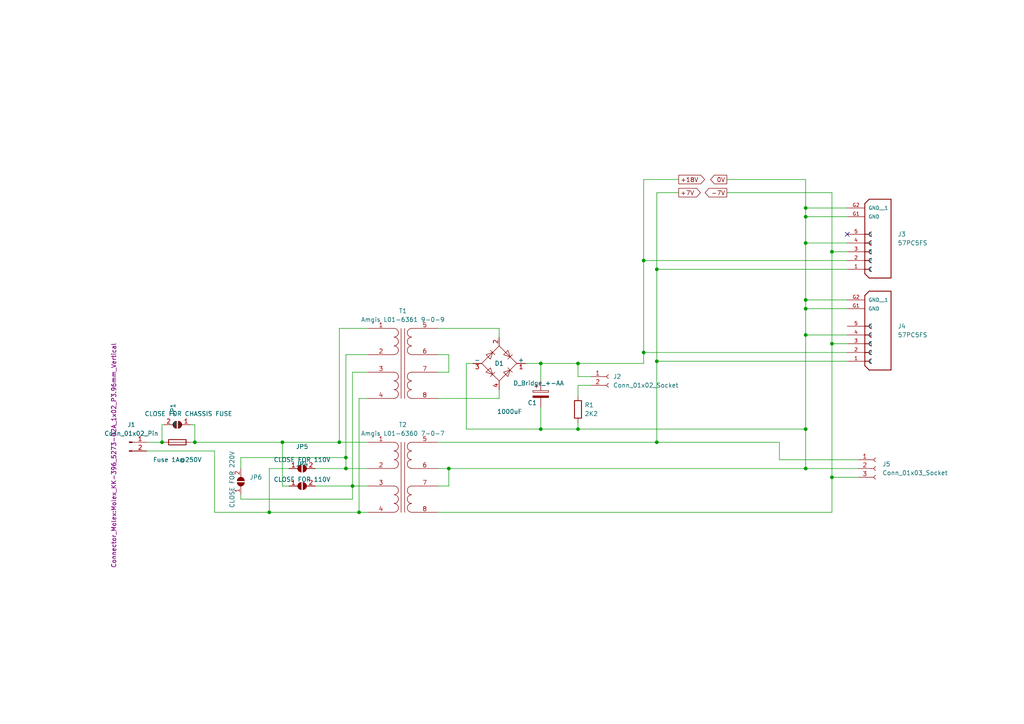
<source format=kicad_sch>
(kicad_sch (version 20230121) (generator eeschema)
  (paper "A4")
  (lib_symbols
    (symbol "Connector:Conn_01x02_Pin" (pin_names (offset 1.016) hide)
      (property "Reference" "J" (at 0 2.54 0))
      (property "Value" "Conn_01x02_Pin" (at 0 -5.08 0))
      (symbol "Conn_01x02_Pin_1_1"
        (polyline (pts (xy 1.27 -2.54) (xy 0.8636 -2.54)) (stroke (width 0.1524)))
        (polyline (pts (xy 1.27 0) (xy 0.8636 0)) (stroke (width 0.1524)))
        (rectangle (start 0.8636 -2.413) (end 0 -2.667) (stroke (width 0.1524)) (fill (type outline)))
        (rectangle (start 0.8636 0.127) (end 0 -0.127) (stroke (width 0.1524)) (fill (type outline)))
        (pin passive line (at 5.08 0 180) (length 3.81) (name "Pin_1") (number "1"))
        (pin passive line (at 5.08 -2.54 180) (length 3.81) (name "Pin_2") (number "2"))
      )
    )
    (symbol "Connector:Conn_01x02_Socket" (pin_names (offset 1.016) hide)
      (property "Reference" "J" (at 0 2.54 0))
      (property "Value" "Conn_01x02_Socket" (at 0 -5.08 0))
      (symbol "Conn_01x02_Socket_1_1"
        (arc (start 0 -2.032) (mid -0.5058 -2.54) (end 0 -3.048) (stroke (width 0.1524)))
        (polyline (pts (xy -1.27 -2.54) (xy -0.508 -2.54)) (stroke (width 0.1524)))
        (polyline (pts (xy -1.27 0) (xy -0.508 0)) (stroke (width 0.1524)))
        (arc (start 0 0.508) (mid -0.5058 0) (end 0 -0.508) (stroke (width 0.1524)))
        (pin passive line (at -5.08 0 0) (length 3.81) (name "Pin_1") (number "1"))
        (pin passive line (at -5.08 -2.54 0) (length 3.81) (name "Pin_2") (number "2"))
      )
    )
    (symbol "Connector:Conn_01x03_Socket" (pin_names (offset 1.016) hide)
      (property "Reference" "J" (at 0 5.08 0))
      (property "Value" "Conn_01x03_Socket" (at 0 -5.08 0))
      (symbol "Conn_01x03_Socket_1_1"
        (arc (start 0 -2.032) (mid -0.5058 -2.54) (end 0 -3.048) (stroke (width 0.1524)))
        (polyline (pts (xy -1.27 -2.54) (xy -0.508 -2.54)) (stroke (width 0.1524)))
        (polyline (pts (xy -1.27 0) (xy -0.508 0)) (stroke (width 0.1524)))
        (polyline (pts (xy -1.27 2.54) (xy -0.508 2.54)) (stroke (width 0.1524)))
        (arc (start 0 0.508) (mid -0.5058 0) (end 0 -0.508) (stroke (width 0.1524)))
        (arc (start 0 3.048) (mid -0.5058 2.54) (end 0 2.032) (stroke (width 0.1524)))
        (pin passive line (at -5.08 2.54 0) (length 3.81) (name "Pin_1") (number "1"))
        (pin passive line (at -5.08 0 0) (length 3.81) (name "Pin_2") (number "2"))
        (pin passive line (at -5.08 -2.54 0) (length 3.81) (name "Pin_3") (number "3"))
      )
    )
    (symbol "Device:C_Polarized" (pin_numbers hide) (pin_names (offset 0.254))
      (property "Reference" "C" (at 0.635 2.54 0))
      (property "Value" "C_Polarized" (at 0.635 -2.54 0))
      (symbol "C_Polarized_0_1"
        (rectangle (start -2.286 0.508) (end 2.286 1.016))
        (polyline (pts (xy -1.778 2.286) (xy -0.762 2.286)))
        (polyline (pts (xy -1.27 2.794) (xy -1.27 1.778)))
        (rectangle (start 2.286 -0.508) (end -2.286 -1.016) (fill (type outline)))
      )
      (symbol "C_Polarized_1_1"
        (pin passive line (at 0 3.81 270) (length 2.794) (name "~") (number "1"))
        (pin passive line (at 0 -3.81 90) (length 2.794) (name "~") (number "2"))
      )
    )
    (symbol "Device:Fuse" (pin_numbers hide) (pin_names (offset 0))
      (property "Reference" "F" (at 2.032 0 90))
      (property "Value" "Fuse" (at -1.905 0 90))
      (symbol "Fuse_0_1"
        (rectangle (start -0.762 -2.54) (end 0.762 2.54) (stroke (width 0.254)))
        (polyline (pts (xy 0 2.54) (xy 0 -2.54)))
      )
      (symbol "Fuse_1_1"
        (pin passive line (at 0 3.81 270) (length 1.27) (name "~") (number "1"))
        (pin passive line (at 0 -3.81 90) (length 1.27) (name "~") (number "2"))
      )
    )
    (symbol "Device:R" (pin_numbers hide) (pin_names (offset 0))
      (property "Reference" "R" (at 2.032 0 90))
      (property "Value" "R" (at 0 0 90))
      (symbol "R_0_1"
        (rectangle (start -1.016 -2.54) (end 1.016 2.54) (stroke (width 0.254)))
      )
      (symbol "R_1_1"
        (pin passive line (at 0 3.81 270) (length 1.27) (name "~") (number "1"))
        (pin passive line (at 0 -3.81 90) (length 1.27) (name "~") (number "2"))
      )
    )
    (symbol "Diode_Bridge:B125C1500G" (pin_names (offset 0))
      (property "Reference" "D" (at 2.54 6.985 0))
      (property "Value" "B125C1500G" (at 2.54 5.08 0))
      (symbol "B125C1500G_0_1"
        (polyline (pts (xy -2.54 3.81) (xy -1.27 2.54)))
        (polyline (pts (xy -1.27 -2.54) (xy -2.54 -3.81)))
        (polyline (pts (xy 2.54 -1.27) (xy 3.81 -2.54)))
        (polyline (pts (xy 2.54 1.27) (xy 3.81 2.54)))
        (polyline (pts (xy -3.81 2.54) (xy -2.54 1.27) (xy -1.905 3.175) (xy -3.81 2.54)))
        (polyline (pts (xy -2.54 -1.27) (xy -3.81 -2.54) (xy -1.905 -3.175) (xy -2.54 -1.27)))
        (polyline (pts (xy 1.27 2.54) (xy 2.54 3.81) (xy 3.175 1.905) (xy 1.27 2.54)))
        (polyline (pts (xy 3.175 -1.905) (xy 1.27 -2.54) (xy 2.54 -3.81) (xy 3.175 -1.905)))
        (polyline (pts (xy -5.08 0) (xy 0 -5.08) (xy 5.08 0) (xy 0 5.08) (xy -5.08 0)))
      )
      (symbol "B125C1500G_1_1"
        (pin passive line (at 7.62 0 180) (length 2.54) (name "+") (number "1"))
        (pin passive line (at 0 -7.62 90) (length 2.54) (name "~") (number "2"))
        (pin passive line (at -7.62 0 0) (length 2.54) (name "-") (number "3"))
        (pin passive line (at 0 7.62 270) (length 2.54) (name "~") (number "4"))
      )
    )
    (symbol "Jumper:SolderJumper_2_Open" (pin_names (offset 0) hide)
      (property "Reference" "JP" (at 0 2.032 0))
      (property "Value" "SolderJumper_2_Open" (at 0 -2.54 0))
      (symbol "SolderJumper_2_Open_0_1"
        (arc (start -0.254 1.016) (mid -1.2656 0) (end -0.254 -1.016))
        (arc (start -0.254 1.016) (mid -1.2656 0) (end -0.254 -1.016) (fill (type outline)))
        (polyline (pts (xy -0.254 1.016) (xy -0.254 -1.016)))
        (polyline (pts (xy 0.254 1.016) (xy 0.254 -1.016)))
        (arc (start 0.254 -1.016) (mid 1.2656 0) (end 0.254 1.016))
        (arc (start 0.254 -1.016) (mid 1.2656 0) (end 0.254 1.016) (fill (type outline)))
      )
      (symbol "SolderJumper_2_Open_1_1"
        (pin passive line (at -3.81 0 0) (length 2.54) (name "A") (number "1"))
        (pin passive line (at 3.81 0 180) (length 2.54) (name "B") (number "2"))
      )
    )
    (symbol "Project DIN:57PC5FS" (pin_names (offset 1.016))
      (property "Reference" "J" (at -7.62 11.43 0))
      (property "Value" "57PC5FS" (at -7.62 -15.24 0))
      (symbol "57PC5FS_0_0"
        (arc (start -1.905 -3.175) (mid -1.2727 -2.54) (end -1.905 -1.905) (stroke (width 0.254)))
        (arc (start -1.905 -0.635) (mid -1.2727 0) (end -1.905 0.635) (stroke (width 0.254)))
        (arc (start -1.905 1.905) (mid -1.2727 2.54) (end -1.905 3.175) (stroke (width 0.254)))
        (arc (start -1.905 4.445) (mid -1.2727 5.08) (end -1.905 5.715) (stroke (width 0.254)))
        (arc (start -1.905 6.985) (mid -1.2727 7.62) (end -1.905 8.255) (stroke (width 0.254)))
        (polyline (pts (xy -7.62 -12.7) (xy -7.62 10.16)) (stroke (width 0.254)))
        (polyline (pts (xy -7.62 10.16) (xy -1.27 10.16)) (stroke (width 0.254)))
        (polyline (pts (xy -1.27 -12.7) (xy -7.62 -12.7)) (stroke (width 0.254)))
        (polyline (pts (xy 0 -11.43) (xy -1.27 -12.7)) (stroke (width 0.254)))
        (polyline (pts (xy 0 -2.54) (xy -1.27 -2.54)) (stroke (width 0.254)))
        (polyline (pts (xy 0 0) (xy -1.27 0)) (stroke (width 0.254)))
        (polyline (pts (xy 0 2.54) (xy -1.27 2.54)) (stroke (width 0.254)))
        (polyline (pts (xy 0 5.08) (xy -1.27 5.08)) (stroke (width 0.254)))
        (polyline (pts (xy 0 7.62) (xy -1.27 7.62)) (stroke (width 0.254)))
        (polyline (pts (xy 0 7.62) (xy 0 -11.43)) (stroke (width 0.254)))
        (polyline (pts (xy 0 8.89) (xy -1.27 10.16)) (stroke (width 0.254)))
        (polyline (pts (xy 0 8.89) (xy 0 7.62)) (stroke (width 0.254)))
        (pin passive line (at 5.08 7.62 180) (length 5.08) (name "1") (number "1"))
        (pin passive line (at 5.08 5.08 180) (length 5.08) (name "2") (number "2"))
        (pin passive line (at 5.08 2.54 180) (length 5.08) (name "3") (number "3"))
        (pin passive line (at 5.08 0 180) (length 5.08) (name "4") (number "4"))
        (pin passive line (at 5.08 -2.54 180) (length 5.08) (name "5") (number "5"))
        (pin power_in line (at 5.08 -7.62 180) (length 5.08) (name "GND") (number "G1"))
        (pin power_in line (at 5.08 -10.16 180) (length 5.08) (name "GND__1") (number "G2"))
      )
    )
    (symbol "Transformer:Transformer_2P_2S" (pin_names (offset 1.016) hide)
      (property "Reference" "T2" (at 0 15.24 0))
      (property "Value" "Amgis L01-6360 7-0-7" (at 0 12.7 0))
      (symbol "Transformer_2P_2S_0_1"
        (arc (start -2.54 -10.1346) (mid -1.6599 -9.7701) (end -1.2954 -8.89))
        (arc (start -2.54 -7.5946) (mid -1.6599 -7.2301) (end -1.2954 -6.35))
        (arc (start -2.54 -5.0546) (mid -1.6599 -4.6901) (end -1.2954 -3.81))
        (arc (start -2.54 2.5654) (mid -1.6599 2.9299) (end -1.2954 3.81))
        (arc (start -2.54 5.1054) (mid -1.6599 5.4699) (end -1.2954 6.35))
        (arc (start -2.54 7.6454) (mid -1.6599 8.0099) (end -1.2954 8.89))
        (arc (start -1.2954 -8.89) (mid -1.6457 -7.9883) (end -2.54 -7.62))
        (arc (start -1.2954 -6.35) (mid -1.6457 -5.4483) (end -2.54 -5.08))
        (arc (start -1.2954 -3.81) (mid -1.6457 -2.9083) (end -2.54 -2.54))
        (arc (start -1.2954 3.81) (mid -1.6457 4.7117) (end -2.54 5.08))
        (arc (start -1.2954 6.35) (mid -1.6457 7.2517) (end -2.54 7.62))
        (arc (start -1.2954 8.89) (mid -1.6457 9.7917) (end -2.54 10.16))
        (polyline (pts (xy -0.508 -10.16) (xy -0.508 10.16)))
        (polyline (pts (xy 0.508 10.16) (xy 0.508 -10.16)))
        (arc (start 1.2954 -8.89) (mid 1.6599 -9.7701) (end 2.54 -10.1346))
        (arc (start 1.2954 -6.35) (mid 1.6599 -7.2301) (end 2.54 -7.5946))
        (arc (start 1.2954 -3.81) (mid 1.6599 -4.6901) (end 2.54 -5.0546))
        (arc (start 1.2954 3.81) (mid 1.6599 2.9299) (end 2.54 2.5654))
        (arc (start 1.2954 6.35) (mid 1.6599 5.4699) (end 2.54 5.1054))
        (arc (start 1.2954 8.89) (mid 1.6599 8.0099) (end 2.54 7.6454))
        (arc (start 2.54 -7.62) (mid 1.642 -7.992) (end 1.2954 -8.89))
        (arc (start 2.54 -5.08) (mid 1.642 -5.452) (end 1.2954 -6.35))
        (arc (start 2.54 -2.54) (mid 1.642 -2.912) (end 1.2954 -3.81))
        (arc (start 2.54 5.08) (mid 1.642 4.708) (end 1.2954 3.81))
        (arc (start 2.54 7.62) (mid 1.642 7.248) (end 1.2954 6.35))
        (arc (start 2.54 10.16) (mid 1.642 9.788) (end 1.2954 8.89))
      )
      (symbol "Transformer_2P_2S_1_1"
        (pin passive line (at -10.16 10.16 0) (length 7.62) (name "IN1A") (number "1"))
        (pin passive line (at -10.16 2.54 0) (length 7.62) (name "IN1B") (number "2"))
        (pin passive line (at -10.16 -2.54 0) (length 7.62) (name "IN2A") (number "3"))
        (pin passive line (at -10.16 -10.16 0) (length 7.62) (name "IN2B") (number "4"))
        (pin passive line (at 10.16 10.16 180) (length 7.62) (name "OUT1A") (number "5"))
        (pin passive line (at 10.16 2.54 180) (length 7.62) (name "OUT1B") (number "6"))
        (pin passive line (at 10.16 -2.54 180) (length 7.62) (name "OUT2A") (number "7"))
        (pin passive line (at 10.16 -10.16 180) (length 7.62) (name "OUT2B") (number "8"))
      )
    )
    (symbol "Transformer_2P_2S_1" (pin_names (offset 1.016) hide)
      (property "Reference" "T1" (at 0 15.24 0))
      (property "Value" "Amgis L01-6361 9-0-9" (at 0 12.7 0))
      (symbol "Transformer_2P_2S_1_0_1"
        (arc (start -2.54 -10.1346) (mid -1.6599 -9.7701) (end -1.2954 -8.89))
        (arc (start -2.54 -7.5946) (mid -1.6599 -7.2301) (end -1.2954 -6.35))
        (arc (start -2.54 -5.0546) (mid -1.6599 -4.6901) (end -1.2954 -3.81))
        (arc (start -2.54 2.5654) (mid -1.6599 2.9299) (end -1.2954 3.81))
        (arc (start -2.54 5.1054) (mid -1.6599 5.4699) (end -1.2954 6.35))
        (arc (start -2.54 7.6454) (mid -1.6599 8.0099) (end -1.2954 8.89))
        (arc (start -1.2954 -8.89) (mid -1.6457 -7.9883) (end -2.54 -7.62))
        (arc (start -1.2954 -6.35) (mid -1.6457 -5.4483) (end -2.54 -5.08))
        (arc (start -1.2954 -3.81) (mid -1.6457 -2.9083) (end -2.54 -2.54))
        (arc (start -1.2954 3.81) (mid -1.6457 4.7117) (end -2.54 5.08))
        (arc (start -1.2954 6.35) (mid -1.6457 7.2517) (end -2.54 7.62))
        (arc (start -1.2954 8.89) (mid -1.6457 9.7917) (end -2.54 10.16))
        (polyline (pts (xy -0.508 -10.16) (xy -0.508 10.16)))
        (polyline (pts (xy 0.508 10.16) (xy 0.508 -10.16)))
        (arc (start 1.2954 -8.89) (mid 1.6599 -9.7701) (end 2.54 -10.1346))
        (arc (start 1.2954 -6.35) (mid 1.6599 -7.2301) (end 2.54 -7.5946))
        (arc (start 1.2954 -3.81) (mid 1.6599 -4.6901) (end 2.54 -5.0546))
        (arc (start 1.2954 3.81) (mid 1.6599 2.9299) (end 2.54 2.5654))
        (arc (start 1.2954 6.35) (mid 1.6599 5.4699) (end 2.54 5.1054))
        (arc (start 1.2954 8.89) (mid 1.6599 8.0099) (end 2.54 7.6454))
        (arc (start 2.54 -7.62) (mid 1.642 -7.992) (end 1.2954 -8.89))
        (arc (start 2.54 -5.08) (mid 1.642 -5.452) (end 1.2954 -6.35))
        (arc (start 2.54 -2.54) (mid 1.642 -2.912) (end 1.2954 -3.81))
        (arc (start 2.54 5.08) (mid 1.642 4.708) (end 1.2954 3.81))
        (arc (start 2.54 7.62) (mid 1.642 7.248) (end 1.2954 6.35))
        (arc (start 2.54 10.16) (mid 1.642 9.788) (end 1.2954 8.89))
      )
      (symbol "Transformer_2P_2S_1_1_1"
        (pin passive line (at -10.16 10.16 0) (length 7.62) (name "IN1A") (number "1"))
        (pin passive line (at -10.16 2.54 0) (length 7.62) (name "IN1B") (number "2"))
        (pin passive line (at -10.16 -2.54 0) (length 7.62) (name "IN2A") (number "3"))
        (pin passive line (at -10.16 -10.16 0) (length 7.62) (name "IN2B") (number "4"))
        (pin passive line (at 10.16 10.16 180) (length 7.62) (name "OUT1A") (number "5"))
        (pin passive line (at 10.16 2.54 180) (length 7.62) (name "OUT1B") (number "6"))
        (pin passive line (at 10.16 -2.54 180) (length 7.62) (name "OUT2A") (number "7"))
        (pin passive line (at 10.16 -10.16 180) (length 7.62) (name "OUT2B") (number "8"))
      )
    )
  )
  (junction (at 46.99 128.27))
  (junction (at 190.5 78.105))
  (junction (at 56.515 128.27))
  (junction (at 78.105 148.59))
  (junction (at 241.3 99.695))
  (junction (at 156.845 124.46))
  (junction (at 167.64 105.41))
  (junction (at 130.175 135.89))
  (junction (at 233.68 60.325))
  (junction (at 233.68 62.865))
  (junction (at 98.425 128.27))
  (junction (at 167.64 124.46))
  (junction (at 233.68 97.155))
  (junction (at 100.33 132.715))
  (junction (at 190.5 128.27))
  (junction (at 241.3 73.025))
  (junction (at 186.69 75.565))
  (junction (at 190.5 104.775))
  (junction (at 186.69 102.235))
  (junction (at 156.845 105.41))
  (junction (at 233.68 124.46))
  (junction (at 233.68 86.995))
  (junction (at 233.68 89.535))
  (junction (at 241.3 138.43))
  (junction (at 100.33 135.89))
  (junction (at 102.235 140.97))
  (junction (at 104.14 148.59))
  (junction (at 81.915 128.27))
  (junction (at 233.68 135.89))
  (junction (at 233.68 70.485))
  (no_connect (at 245.745 67.945))
  (wire (pts (xy 241.3 138.43) (xy 241.3 148.59)))
  (wire (pts (xy 171.45 109.22) (xy 167.64 109.22)))
  (wire (pts (xy 167.64 124.46) (xy 156.845 124.46)))
  (wire (pts (xy 127 95.25) (xy 144.78 95.25)))
  (wire (pts (xy 102.235 107.95) (xy 102.235 140.97)))
  (wire (pts (xy 233.68 70.485) (xy 245.745 70.485)))
  (wire (pts (xy 98.425 128.27) (xy 106.68 128.27)))
  (wire (pts (xy 152.4 105.41) (xy 156.845 105.41)))
  (wire (pts (xy 69.85 132.715) (xy 100.33 132.715)))
  (wire (pts (xy 233.68 86.995) (xy 245.745 86.995)))
  (wire (pts (xy 127 135.89) (xy 130.175 135.89)))
  (wire (pts (xy 130.175 135.89) (xy 233.68 135.89)))
  (wire (pts (xy 127 107.95) (xy 130.175 107.95)))
  (wire (pts (xy 127 148.59) (xy 241.3 148.59)))
  (wire (pts (xy 190.5 55.88) (xy 190.5 78.105)))
  (wire (pts (xy 156.845 105.41) (xy 167.64 105.41)))
  (wire (pts (xy 69.85 144.78) (xy 69.85 143.51)))
  (wire (pts (xy 241.3 55.88) (xy 241.3 73.025)))
  (wire (pts (xy 245.745 62.865) (xy 233.68 62.865)))
  (wire (pts (xy 156.845 118.11) (xy 156.845 124.46)))
  (wire (pts (xy 226.06 133.35) (xy 248.92 133.35)))
  (wire (pts (xy 69.85 132.715) (xy 69.85 135.89)))
  (wire (pts (xy 46.99 123.19) (xy 46.99 128.27)))
  (wire (pts (xy 167.64 122.555) (xy 167.64 124.46)))
  (wire (pts (xy 190.5 78.105) (xy 245.745 78.105)))
  (wire (pts (xy 106.68 95.25) (xy 98.425 95.25)))
  (wire (pts (xy 98.425 95.25) (xy 98.425 128.27)))
  (wire (pts (xy 46.99 128.27) (xy 47.625 128.27)))
  (wire (pts (xy 91.44 135.89) (xy 100.33 135.89)))
  (wire (pts (xy 62.23 148.59) (xy 78.105 148.59)))
  (wire (pts (xy 55.245 128.27) (xy 56.515 128.27)))
  (wire (pts (xy 156.845 124.46) (xy 135.255 124.46)))
  (wire (pts (xy 130.175 135.89) (xy 130.175 140.97)))
  (wire (pts (xy 233.68 70.485) (xy 233.68 86.995)))
  (wire (pts (xy 233.68 62.865) (xy 233.68 70.485)))
  (wire (pts (xy 56.515 123.19) (xy 55.245 123.19)))
  (wire (pts (xy 233.68 86.995) (xy 233.68 89.535)))
  (wire (pts (xy 233.68 60.325) (xy 245.745 60.325)))
  (wire (pts (xy 233.68 135.89) (xy 248.92 135.89)))
  (wire (pts (xy 144.78 95.25) (xy 144.78 97.79)))
  (wire (pts (xy 241.3 138.43) (xy 248.92 138.43)))
  (wire (pts (xy 186.69 52.07) (xy 196.85 52.07)))
  (wire (pts (xy 167.64 124.46) (xy 233.68 124.46)))
  (wire (pts (xy 102.235 140.97) (xy 106.68 140.97)))
  (wire (pts (xy 241.3 73.025) (xy 241.3 99.695)))
  (wire (pts (xy 127 102.87) (xy 130.175 102.87)))
  (wire (pts (xy 42.545 130.81) (xy 62.23 130.81)))
  (wire (pts (xy 186.69 102.235) (xy 186.69 105.41)))
  (wire (pts (xy 46.99 128.27) (xy 42.545 128.27)))
  (wire (pts (xy 156.845 105.41) (xy 156.845 110.49)))
  (wire (pts (xy 245.745 102.235) (xy 186.69 102.235)))
  (wire (pts (xy 144.78 113.03) (xy 144.78 115.57)))
  (wire (pts (xy 167.64 105.41) (xy 186.69 105.41)))
  (wire (pts (xy 241.3 99.695) (xy 241.3 138.43)))
  (wire (pts (xy 130.175 102.87) (xy 130.175 107.95)))
  (wire (pts (xy 233.68 60.325) (xy 233.68 62.865)))
  (wire (pts (xy 127 140.97) (xy 130.175 140.97)))
  (wire (pts (xy 62.23 130.81) (xy 62.23 148.59)))
  (wire (pts (xy 78.105 135.89) (xy 78.105 148.59)))
  (wire (pts (xy 233.68 89.535) (xy 233.68 97.155)))
  (wire (pts (xy 233.68 52.07) (xy 233.68 60.325)))
  (wire (pts (xy 190.5 104.775) (xy 190.5 128.27)))
  (wire (pts (xy 226.06 128.27) (xy 226.06 133.35)))
  (wire (pts (xy 106.68 107.95) (xy 102.235 107.95)))
  (wire (pts (xy 241.3 99.695) (xy 245.745 99.695)))
  (wire (pts (xy 127 128.27) (xy 190.5 128.27)))
  (wire (pts (xy 56.515 128.27) (xy 81.915 128.27)))
  (wire (pts (xy 245.745 89.535) (xy 233.68 89.535)))
  (wire (pts (xy 100.33 135.89) (xy 106.68 135.89)))
  (wire (pts (xy 102.235 140.97) (xy 102.235 144.78)))
  (wire (pts (xy 190.5 78.105) (xy 190.5 104.775)))
  (wire (pts (xy 100.33 102.87) (xy 100.33 132.715)))
  (wire (pts (xy 233.68 52.07) (xy 210.82 52.07)))
  (wire (pts (xy 127 115.57) (xy 144.78 115.57)))
  (wire (pts (xy 81.915 128.27) (xy 98.425 128.27)))
  (wire (pts (xy 106.68 115.57) (xy 104.14 115.57)))
  (wire (pts (xy 245.745 75.565) (xy 186.69 75.565)))
  (wire (pts (xy 190.5 128.27) (xy 226.06 128.27)))
  (wire (pts (xy 81.915 140.97) (xy 81.915 128.27)))
  (wire (pts (xy 233.68 97.155) (xy 245.745 97.155)))
  (wire (pts (xy 83.82 140.97) (xy 81.915 140.97)))
  (wire (pts (xy 241.3 73.025) (xy 245.745 73.025)))
  (wire (pts (xy 186.69 75.565) (xy 186.69 102.235)))
  (wire (pts (xy 171.45 111.76) (xy 167.64 111.76)))
  (wire (pts (xy 100.33 132.715) (xy 100.33 135.89)))
  (wire (pts (xy 233.68 97.155) (xy 233.68 124.46)))
  (wire (pts (xy 233.68 124.46) (xy 233.68 135.89)))
  (wire (pts (xy 69.85 144.78) (xy 102.235 144.78)))
  (wire (pts (xy 106.68 102.87) (xy 100.33 102.87)))
  (wire (pts (xy 83.82 135.89) (xy 78.105 135.89)))
  (wire (pts (xy 137.16 105.41) (xy 135.255 105.41)))
  (wire (pts (xy 91.44 140.97) (xy 102.235 140.97)))
  (wire (pts (xy 104.14 148.59) (xy 106.68 148.59)))
  (wire (pts (xy 167.64 111.76) (xy 167.64 114.935)))
  (wire (pts (xy 78.105 148.59) (xy 104.14 148.59)))
  (wire (pts (xy 186.69 52.07) (xy 186.69 75.565)))
  (wire (pts (xy 104.14 115.57) (xy 104.14 148.59)))
  (wire (pts (xy 56.515 123.19) (xy 56.515 128.27)))
  (wire (pts (xy 167.64 105.41) (xy 167.64 109.22)))
  (wire (pts (xy 135.255 105.41) (xy 135.255 124.46)))
  (wire (pts (xy 190.5 104.775) (xy 245.745 104.775)))
  (wire (pts (xy 190.5 55.88) (xy 196.85 55.88)))
  (wire (pts (xy 46.99 123.19) (xy 47.625 123.19)))
  (wire (pts (xy 241.3 55.88) (xy 210.82 55.88)))
  (global_label "+7V" (shape output) (at 196.85 55.88 0) (property "Intersheetrefs" "${INTERSHEET_REFS}" (effects hide)))
  (global_label "-7V" (shape output) (at 210.82 55.88 180) (property "Intersheetrefs" "${INTERSHEET_REFS}" (effects hide)))
  (global_label "+18V" (shape output) (at 196.85 52.07 0) (property "Intersheetrefs" "${INTERSHEET_REFS}" (effects hide)))
  (global_label "0V" (shape output) (at 210.82 52.07 180) (property "Intersheetrefs" "${INTERSHEET_REFS}" (effects hide)))
  (symbol (lib_id "Connector:Conn_01x02_Pin") (at 37.465 128.27 0) (unit 1)
    (property "Reference" "J1" (at 38.1 123.19 0))
    (property "Value" "Conn_01x02_Pin" (at 38.1 125.73 0))
    (property "Footprint" "Connector_Molex:Molex_KK-396_5273-02A_1x02_P3.96mm_Vertical" (at 33.02 132.08 90))
  )
  (symbol (lib_id "Device:R") (at 167.64 118.745 0) (unit 1)
    (property "Reference" "R1" (at 169.545 117.475 0) (effects (justify left)))
    (property "Value" "2K2" (at 169.545 120.015 0) (effects (justify left)))
    (property "Footprint" "Resistor_THT:R_Axial_DIN0207_L6.3mm_D2.5mm_P10.16mm_Horizontal" (effects hide))
  )
  (symbol (lib_id "Jumper:SolderJumper_2_Open") (at 51.435 123.19 180) (unit 1)
    (property "Reference" "JP1" (at 50.165 120.65 90) (effects (justify right)))
    (property "Value" "CLOSE FOR CHASSIS FUSE" (at 41.91 120.015 0) (effects (justify right)))
    (property "Footprint" "Jumper:SolderJumper-2_P1.5mm_Open_RoundedPad1.0x1.5mm" (effects hide))
  )
  (symbol (lib_id "Jumper:SolderJumper_2_Open") (at 87.63 140.97 0) (unit 1)
    (property "Reference" "JP4" (at 87.63 134.62 0))
    (property "Value" "CLOSE FOR 110V" (at 87.63 139.065 0))
    (property "Footprint" "Jumper:SolderJumper-2_P1.5mm_Open_RoundedPad1.0x1.5mm" (effects hide))
  )
  (symbol (lib_name "Transformer_2P_2S_1") (lib_id "Transformer:Transformer_2P_2S") (at 116.84 105.41 0) (unit 1)
    (property "Reference" "T1" (at 116.84 90.17 0))
    (property "Value" "Amgis L01-6361 9-0-9" (at 116.84 92.71 0))
    (property "Footprint" "Transformer_THT:Amgis 25VA" (effects hide))
  )
  (symbol (lib_id "Device:C_Polarized") (at 156.845 114.3 0) (unit 1)
    (property "Reference" "C1" (at 153.035 116.84 0) (effects (justify left)))
    (property "Value" "1000uF" (at 144.145 119.38 0) (effects (justify left)))
    (property "Footprint" "Capacitor_THT:CP_Radial_D13.0mm_P5.00mm" (effects hide))
  )
  (symbol (lib_id "Project DIN:57PC5FS") (at 250.825 70.485 180) (unit 1)
    (property "Reference" "J3" (at 260.35 67.945 0) (effects (justify right)))
    (property "Value" "57PC5FS" (at 260.35 70.485 0) (effects (justify right)))
    (property "Footprint" "Project:SWITCHCRAFT_57PC5FS" (effects hide))
    (property "PARTREV" "C" (effects hide))
    (property "MANUFACTURER" "Switchcraft" (effects hide))
    (property "MAXIMUM_PACKAGE_HEIGHT" "21.3mm" (effects hide))
    (property "STANDARD" "Manufacturer Recommendations" (effects hide))
  )
  (symbol (lib_id "Device:Fuse") (at 51.435 128.27 90) (unit 1)
    (property "Reference" "F1" (at 51.435 123.19 90))
    (property "Value" "Fuse 1A@250V" (at 51.435 133.35 90))
    (property "Footprint" "Project:FUSE_0PTF0078P_LTF" (effects hide))
  )
  (symbol (lib_id "Transformer:Transformer_2P_2S") (at 116.84 138.43 0) (unit 1)
    (property "Reference" "T2" (at 116.84 123.19 0))
    (property "Value" "Amgis L01-6360 7-0-7" (at 116.84 125.73 0))
    (property "Footprint" "Transformer_THT:Amgis 25VA" (effects hide))
  )
  (symbol (lib_id "Diode_Bridge:B125C1500G") (at 144.78 105.41 0) (mirror x) (unit 1)
    (property "Reference" "D1" (at 144.78 105.41 0))
    (property "Value" "D_Bridge_+-AA" (at 156.21 111.125 0))
    (property "Footprint" "Diode_THT:Diode_Bridge_Round_D9.8mm" (effects hide))
    (property "Datasheet" "https://www.vishay.com/docs/88501/b40c1500g.pdf" (effects hide))
  )
  (symbol (lib_id "Project DIN:57PC5FS") (at 250.825 97.155 180) (unit 1)
    (property "Reference" "J4" (at 260.35 94.615 0) (effects (justify right)))
    (property "Value" "57PC5FS" (at 260.35 97.155 0) (effects (justify right)))
    (property "Footprint" "Project:SWITCHCRAFT_57PC5FS" (effects hide))
    (property "PARTREV" "C" (effects hide))
    (property "MANUFACTURER" "Switchcraft" (effects hide))
    (property "MAXIMUM_PACKAGE_HEIGHT" "21.3mm" (effects hide))
    (property "STANDARD" "Manufacturer Recommendations" (effects hide))
  )
  (symbol (lib_id "Jumper:SolderJumper_2_Open") (at 69.85 139.7 90) (unit 1)
    (property "Reference" "JP6" (at 72.39 138.43 90) (effects (justify right)))
    (property "Value" "CLOSE FOR 220V" (at 67.31 130.81 0) (effects (justify right)))
    (property "Footprint" "Jumper:SolderJumper-2_P1.5mm_Open_RoundedPad1.0x1.5mm" (effects hide))
  )
  (symbol (lib_id "Connector:Conn_01x03_Socket") (at 254 135.89 0) (unit 1)
    (property "Reference" "J5" (at 255.905 134.62 0) (effects (justify left)))
    (property "Value" "Conn_01x03_Socket" (at 255.905 137.16 0) (effects (justify left)))
    (property "Footprint" "Connector_PinHeader_2.54mm:PinHeader_1x03_P2.54mm_Vertical" (effects hide))
  )
  (symbol (lib_id "Jumper:SolderJumper_2_Open") (at 87.63 135.89 0) (unit 1)
    (property "Reference" "JP5" (at 87.63 129.54 0))
    (property "Value" "CLOSE FOR 110V" (at 87.63 133.35 0))
    (property "Footprint" "Jumper:SolderJumper-2_P1.5mm_Open_RoundedPad1.0x1.5mm" (effects hide))
  )
  (symbol (lib_id "Connector:Conn_01x02_Socket") (at 176.53 109.22 0) (unit 1)
    (property "Reference" "J2" (at 177.8 109.22 0) (effects (justify left)))
    (property "Value" "Conn_01x02_Socket" (at 177.8 111.76 0) (effects (justify left)))
    (property "Footprint" "Connector_PinHeader_2.54mm:PinHeader_1x02_P2.54mm_Vertical" (effects hide))
  )
)
</source>
